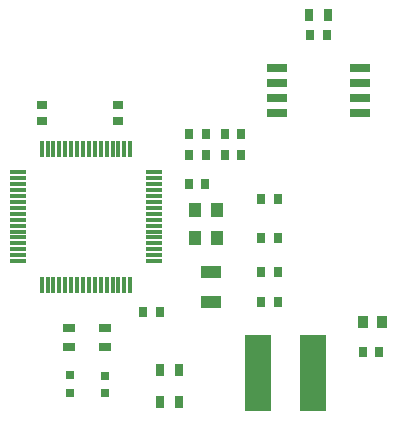
<source format=gbr>
%TF.GenerationSoftware,KiCad,Pcbnew,(6.0.5)*%
%TF.CreationDate,2022-06-16T15:32:05-04:00*%
%TF.ProjectId,pq-cdh,70712d63-6468-42e6-9b69-6361645f7063,V0.2.0*%
%TF.SameCoordinates,Original*%
%TF.FileFunction,Paste,Top*%
%TF.FilePolarity,Positive*%
%FSLAX46Y46*%
G04 Gerber Fmt 4.6, Leading zero omitted, Abs format (unit mm)*
G04 Created by KiCad (PCBNEW (6.0.5)) date 2022-06-16 15:32:05*
%MOMM*%
%LPD*%
G01*
G04 APERTURE LIST*
%ADD10R,0.800000X1.000000*%
%ADD11R,0.940000X0.750000*%
%ADD12R,0.900000X1.000000*%
%ADD13R,0.750000X0.940000*%
%ADD14R,1.475000X0.300000*%
%ADD15R,0.300000X1.475000*%
%ADD16R,1.000000X0.800000*%
%ADD17R,1.800000X1.000000*%
%ADD18R,0.800000X0.800000*%
%ADD19R,1.785000X0.650000*%
%ADD20R,1.100000X1.300000*%
%ADD21R,2.300000X6.400000*%
G04 APERTURE END LIST*
D10*
%TO.C,R5*%
X166800000Y-90900000D03*
X165200000Y-90900000D03*
%TD*%
D11*
%TO.C,C2*%
X142560000Y-99860000D03*
X142560000Y-98460000D03*
%TD*%
D12*
%TO.C,FB1*%
X171360000Y-116890000D03*
X169760000Y-116890000D03*
%TD*%
D13*
%TO.C,C10*%
X161130000Y-106495000D03*
X162530000Y-106495000D03*
%TD*%
D14*
%TO.C,IC1*%
X152048000Y-111710000D03*
X152048000Y-111210000D03*
X152048000Y-110710000D03*
X152048000Y-110210000D03*
X152048000Y-109710000D03*
X152048000Y-109210000D03*
X152048000Y-108710000D03*
X152048000Y-108210000D03*
X152048000Y-107710000D03*
X152048000Y-107210000D03*
X152048000Y-106710000D03*
X152048000Y-106210000D03*
X152048000Y-105710000D03*
X152048000Y-105210000D03*
X152048000Y-104710000D03*
X152048000Y-104210000D03*
D15*
X150060000Y-102222000D03*
X149560000Y-102222000D03*
X149060000Y-102222000D03*
X148560000Y-102222000D03*
X148060000Y-102222000D03*
X147560000Y-102222000D03*
X147060000Y-102222000D03*
X146560000Y-102222000D03*
X146060000Y-102222000D03*
X145560000Y-102222000D03*
X145060000Y-102222000D03*
X144560000Y-102222000D03*
X144060000Y-102222000D03*
X143560000Y-102222000D03*
X143060000Y-102222000D03*
X142560000Y-102222000D03*
D14*
X140572000Y-104210000D03*
X140572000Y-104710000D03*
X140572000Y-105210000D03*
X140572000Y-105710000D03*
X140572000Y-106210000D03*
X140572000Y-106710000D03*
X140572000Y-107210000D03*
X140572000Y-107710000D03*
X140572000Y-108210000D03*
X140572000Y-108710000D03*
X140572000Y-109210000D03*
X140572000Y-109710000D03*
X140572000Y-110210000D03*
X140572000Y-110710000D03*
X140572000Y-111210000D03*
X140572000Y-111710000D03*
D15*
X142560000Y-113698000D03*
X143060000Y-113698000D03*
X143560000Y-113698000D03*
X144060000Y-113698000D03*
X144560000Y-113698000D03*
X145060000Y-113698000D03*
X145560000Y-113698000D03*
X146060000Y-113698000D03*
X146560000Y-113698000D03*
X147060000Y-113698000D03*
X147560000Y-113698000D03*
X148060000Y-113698000D03*
X148560000Y-113698000D03*
X149060000Y-113698000D03*
X149560000Y-113698000D03*
X150060000Y-113698000D03*
%TD*%
D13*
%TO.C,C11*%
X161130000Y-109715000D03*
X162530000Y-109715000D03*
%TD*%
D16*
%TO.C,R2*%
X147910000Y-117360000D03*
X147910000Y-118960000D03*
%TD*%
D11*
%TO.C,C3*%
X149060000Y-99860000D03*
X149060000Y-98460000D03*
%TD*%
D17*
%TO.C,Y2*%
X156920000Y-115210000D03*
X156920000Y-112660000D03*
%TD*%
D13*
%TO.C,C12*%
X161130000Y-112660000D03*
X162530000Y-112660000D03*
%TD*%
D18*
%TO.C,LED1*%
X144920000Y-122880000D03*
X144920000Y-121380000D03*
%TD*%
D10*
%TO.C,R3*%
X154150000Y-120920000D03*
X152550000Y-120920000D03*
%TD*%
D13*
%TO.C,C8*%
X158070000Y-102750000D03*
X159470000Y-102750000D03*
%TD*%
%TO.C,C5*%
X155070000Y-102750000D03*
X156470000Y-102750000D03*
%TD*%
D19*
%TO.C,IC2*%
X162476500Y-95360000D03*
X162476500Y-96630000D03*
X162476500Y-97900000D03*
X162476500Y-99170000D03*
X169540500Y-99170000D03*
X169540500Y-97900000D03*
X169540500Y-96630000D03*
X169540500Y-95360000D03*
%TD*%
D20*
%TO.C,Y1*%
X157410000Y-109720000D03*
X157410000Y-107420000D03*
X155510000Y-107420000D03*
X155510000Y-109720000D03*
%TD*%
D13*
%TO.C,C7*%
X158070000Y-100950000D03*
X159470000Y-100950000D03*
%TD*%
%TO.C,C1*%
X169760000Y-119430000D03*
X171160000Y-119430000D03*
%TD*%
%TO.C,C6*%
X155070000Y-100950000D03*
X156470000Y-100950000D03*
%TD*%
D16*
%TO.C,R1*%
X144910000Y-117360000D03*
X144910000Y-118960000D03*
%TD*%
D10*
%TO.C,R4*%
X152550000Y-123610000D03*
X154150000Y-123610000D03*
%TD*%
D13*
%TO.C,C13*%
X161130000Y-115210000D03*
X162530000Y-115210000D03*
%TD*%
%TO.C,C4*%
X151150000Y-116000000D03*
X152550000Y-116000000D03*
%TD*%
%TO.C,C9*%
X155020000Y-105150000D03*
X156420000Y-105150000D03*
%TD*%
D18*
%TO.C,LED2*%
X147910000Y-122900000D03*
X147910000Y-121400000D03*
%TD*%
D13*
%TO.C,C14*%
X166700000Y-92535000D03*
X165300000Y-92535000D03*
%TD*%
D21*
%TO.C,C15*%
X160900000Y-121200000D03*
X165500000Y-121200000D03*
%TD*%
M02*

</source>
